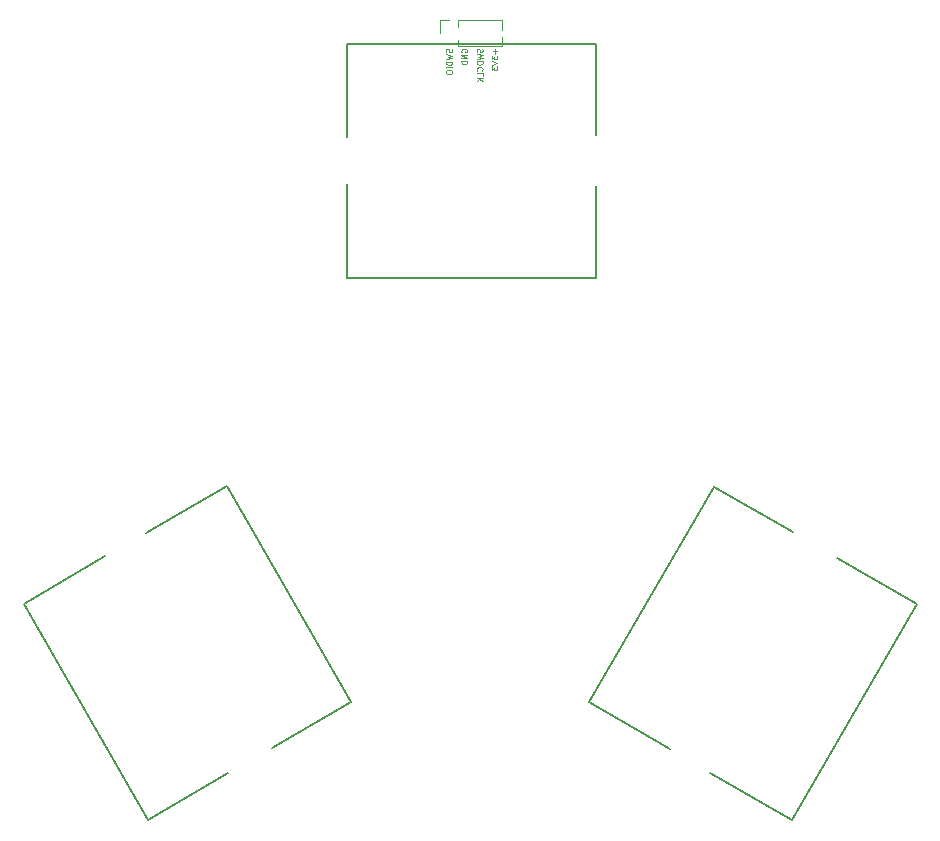
<source format=gbo>
G04 #@! TF.FileFunction,Legend,Bot*
%FSLAX46Y46*%
G04 Gerber Fmt 4.6, Leading zero omitted, Abs format (unit mm)*
G04 Created by KiCad (PCBNEW 4.0.7) date 2018 May 15, Tuesday 19:27:55*
%MOMM*%
%LPD*%
G01*
G04 APERTURE LIST*
%ADD10C,0.100000*%
%ADD11C,0.200000*%
%ADD12C,0.120000*%
G04 APERTURE END LIST*
D10*
X138005714Y-36539049D02*
X138005714Y-36920001D01*
X138196190Y-36729525D02*
X137815238Y-36729525D01*
X137696190Y-37110478D02*
X137696190Y-37420001D01*
X137886667Y-37253335D01*
X137886667Y-37324763D01*
X137910476Y-37372382D01*
X137934286Y-37396192D01*
X137981905Y-37420001D01*
X138100952Y-37420001D01*
X138148571Y-37396192D01*
X138172381Y-37372382D01*
X138196190Y-37324763D01*
X138196190Y-37181906D01*
X138172381Y-37134287D01*
X138148571Y-37110478D01*
X137696190Y-37562858D02*
X138196190Y-37729525D01*
X137696190Y-37896191D01*
X137696190Y-38015239D02*
X137696190Y-38324762D01*
X137886667Y-38158096D01*
X137886667Y-38229524D01*
X137910476Y-38277143D01*
X137934286Y-38300953D01*
X137981905Y-38324762D01*
X138100952Y-38324762D01*
X138148571Y-38300953D01*
X138172381Y-38277143D01*
X138196190Y-38229524D01*
X138196190Y-38086667D01*
X138172381Y-38039048D01*
X138148571Y-38015239D01*
X136912381Y-36509048D02*
X136936190Y-36580477D01*
X136936190Y-36699524D01*
X136912381Y-36747143D01*
X136888571Y-36770953D01*
X136840952Y-36794762D01*
X136793333Y-36794762D01*
X136745714Y-36770953D01*
X136721905Y-36747143D01*
X136698095Y-36699524D01*
X136674286Y-36604286D01*
X136650476Y-36556667D01*
X136626667Y-36532858D01*
X136579048Y-36509048D01*
X136531429Y-36509048D01*
X136483810Y-36532858D01*
X136460000Y-36556667D01*
X136436190Y-36604286D01*
X136436190Y-36723334D01*
X136460000Y-36794762D01*
X136436190Y-36961429D02*
X136936190Y-37080476D01*
X136579048Y-37175714D01*
X136936190Y-37270952D01*
X136436190Y-37390000D01*
X136936190Y-37580477D02*
X136436190Y-37580477D01*
X136436190Y-37699524D01*
X136460000Y-37770953D01*
X136507619Y-37818572D01*
X136555238Y-37842381D01*
X136650476Y-37866191D01*
X136721905Y-37866191D01*
X136817143Y-37842381D01*
X136864762Y-37818572D01*
X136912381Y-37770953D01*
X136936190Y-37699524D01*
X136936190Y-37580477D01*
X136888571Y-38366191D02*
X136912381Y-38342381D01*
X136936190Y-38270953D01*
X136936190Y-38223334D01*
X136912381Y-38151905D01*
X136864762Y-38104286D01*
X136817143Y-38080477D01*
X136721905Y-38056667D01*
X136650476Y-38056667D01*
X136555238Y-38080477D01*
X136507619Y-38104286D01*
X136460000Y-38151905D01*
X136436190Y-38223334D01*
X136436190Y-38270953D01*
X136460000Y-38342381D01*
X136483810Y-38366191D01*
X136936190Y-38818572D02*
X136936190Y-38580477D01*
X136436190Y-38580477D01*
X136936190Y-38985239D02*
X136436190Y-38985239D01*
X136936190Y-39270953D02*
X136650476Y-39056667D01*
X136436190Y-39270953D02*
X136721905Y-38985239D01*
X135160000Y-36799047D02*
X135136190Y-36751428D01*
X135136190Y-36680000D01*
X135160000Y-36608571D01*
X135207619Y-36560952D01*
X135255238Y-36537143D01*
X135350476Y-36513333D01*
X135421905Y-36513333D01*
X135517143Y-36537143D01*
X135564762Y-36560952D01*
X135612381Y-36608571D01*
X135636190Y-36680000D01*
X135636190Y-36727619D01*
X135612381Y-36799047D01*
X135588571Y-36822857D01*
X135421905Y-36822857D01*
X135421905Y-36727619D01*
X135636190Y-37037143D02*
X135136190Y-37037143D01*
X135636190Y-37322857D01*
X135136190Y-37322857D01*
X135636190Y-37560953D02*
X135136190Y-37560953D01*
X135136190Y-37680000D01*
X135160000Y-37751429D01*
X135207619Y-37799048D01*
X135255238Y-37822857D01*
X135350476Y-37846667D01*
X135421905Y-37846667D01*
X135517143Y-37822857D01*
X135564762Y-37799048D01*
X135612381Y-37751429D01*
X135636190Y-37680000D01*
X135636190Y-37560953D01*
X134322381Y-36530476D02*
X134346190Y-36601905D01*
X134346190Y-36720952D01*
X134322381Y-36768571D01*
X134298571Y-36792381D01*
X134250952Y-36816190D01*
X134203333Y-36816190D01*
X134155714Y-36792381D01*
X134131905Y-36768571D01*
X134108095Y-36720952D01*
X134084286Y-36625714D01*
X134060476Y-36578095D01*
X134036667Y-36554286D01*
X133989048Y-36530476D01*
X133941429Y-36530476D01*
X133893810Y-36554286D01*
X133870000Y-36578095D01*
X133846190Y-36625714D01*
X133846190Y-36744762D01*
X133870000Y-36816190D01*
X133846190Y-36982857D02*
X134346190Y-37101904D01*
X133989048Y-37197142D01*
X134346190Y-37292380D01*
X133846190Y-37411428D01*
X134346190Y-37601905D02*
X133846190Y-37601905D01*
X133846190Y-37720952D01*
X133870000Y-37792381D01*
X133917619Y-37840000D01*
X133965238Y-37863809D01*
X134060476Y-37887619D01*
X134131905Y-37887619D01*
X134227143Y-37863809D01*
X134274762Y-37840000D01*
X134322381Y-37792381D01*
X134346190Y-37720952D01*
X134346190Y-37601905D01*
X134346190Y-38101905D02*
X133846190Y-38101905D01*
X133846190Y-38435238D02*
X133846190Y-38530476D01*
X133870000Y-38578095D01*
X133917619Y-38625714D01*
X134012857Y-38649523D01*
X134179524Y-38649523D01*
X134274762Y-38625714D01*
X134322381Y-38578095D01*
X134346190Y-38530476D01*
X134346190Y-38435238D01*
X134322381Y-38387619D01*
X134274762Y-38340000D01*
X134179524Y-38316190D01*
X134012857Y-38316190D01*
X133917619Y-38340000D01*
X133870000Y-38387619D01*
X133846190Y-38435238D01*
D11*
X125441680Y-55959880D02*
X146551680Y-55959880D01*
X125441680Y-36099880D02*
X146551680Y-36099880D01*
X125441680Y-36099880D02*
X125441680Y-43994210D01*
X146551680Y-36099880D02*
X146551680Y-43848550D01*
X146551680Y-55959880D02*
X146551680Y-48114210D01*
X125441680Y-55959880D02*
X125441680Y-47968880D01*
X163152132Y-101795898D02*
X173707132Y-83514102D01*
X145952868Y-91865898D02*
X156507868Y-73584102D01*
X145952868Y-91865898D02*
X152789558Y-95813063D01*
X156507868Y-73584102D02*
X163218413Y-77458437D01*
X173707132Y-83514102D02*
X166912583Y-79591267D01*
X163152132Y-101795898D02*
X156231723Y-97800398D01*
D12*
X138605000Y-34090000D02*
X138605000Y-34892470D01*
X138605000Y-35507530D02*
X138605000Y-36310000D01*
X134860000Y-34090000D02*
X138605000Y-34090000D01*
X134860000Y-36310000D02*
X138605000Y-36310000D01*
X134860000Y-34090000D02*
X134860000Y-34636529D01*
X134860000Y-35763471D02*
X134860000Y-36310000D01*
X134100000Y-34090000D02*
X133340000Y-34090000D01*
X133340000Y-34090000D02*
X133340000Y-35200000D01*
D11*
X98072868Y-83499102D02*
X108627868Y-101780898D01*
X115272132Y-73569102D02*
X125827132Y-91850898D01*
X115272132Y-73569102D02*
X108435442Y-77516267D01*
X125827132Y-91850898D02*
X119116587Y-95725233D01*
X108627868Y-101780898D02*
X115422417Y-97858063D01*
X98072868Y-83499102D02*
X104993277Y-79503602D01*
M02*

</source>
